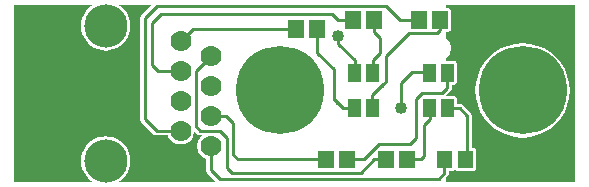
<source format=gbr>
G04 start of page 2 for group 0 idx 0 *
G04 Title: (unknown), component *
G04 Creator: pcb 20140316 *
G04 CreationDate: Fri 27 Feb 2015 09:32:21 PM GMT UTC *
G04 For: ndholmes *
G04 Format: Gerber/RS-274X *
G04 PCB-Dimensions (mil): 1900.00 620.00 *
G04 PCB-Coordinate-Origin: lower left *
%MOIN*%
%FSLAX25Y25*%
%LNTOP*%
%ADD23C,0.0630*%
%ADD22C,0.1280*%
%ADD21C,0.0300*%
%ADD20C,0.1285*%
%ADD19C,0.0200*%
%ADD18C,0.0400*%
%ADD17R,0.0430X0.0430*%
%ADD16R,0.0512X0.0512*%
%ADD15C,0.1440*%
%ADD14C,0.0700*%
%ADD13C,0.2937*%
%ADD12C,0.0100*%
%ADD11C,0.0001*%
G54D11*G36*
X170976Y60000D02*X188500D01*
Y1500D01*
X170976D01*
Y16270D01*
X171000Y16268D01*
X173461Y16461D01*
X175862Y17038D01*
X178142Y17982D01*
X180247Y19272D01*
X182124Y20876D01*
X183728Y22753D01*
X185018Y24858D01*
X185962Y27138D01*
X186539Y29539D01*
X186684Y32000D01*
X186539Y34461D01*
X185962Y36862D01*
X185018Y39142D01*
X183728Y41247D01*
X182124Y43124D01*
X180247Y44728D01*
X178142Y46018D01*
X175862Y46962D01*
X173461Y47539D01*
X171000Y47732D01*
X170976Y47730D01*
Y60000D01*
G37*
G36*
X145500D02*X170976D01*
Y47730D01*
X168539Y47539D01*
X166138Y46962D01*
X163858Y46018D01*
X161753Y44728D01*
X159876Y43124D01*
X158272Y41247D01*
X156982Y39142D01*
X156038Y36862D01*
X155461Y34461D01*
X155268Y32000D01*
X155461Y29539D01*
X156038Y27138D01*
X156982Y24858D01*
X158272Y22753D01*
X159876Y20876D01*
X161753Y19272D01*
X163858Y17982D01*
X166138Y17038D01*
X168539Y16461D01*
X170976Y16270D01*
Y1500D01*
X145500D01*
Y2879D01*
X145976Y3355D01*
X146021Y3393D01*
X146174Y3572D01*
X146174Y3573D01*
X146298Y3774D01*
X146298Y3774D01*
X146298Y3774D01*
X146329Y3849D01*
X146388Y3992D01*
X146388Y3992D01*
X146392Y4007D01*
X146443Y4222D01*
X146443Y4222D01*
X146443Y4222D01*
X146462Y4457D01*
X146457Y4516D01*
Y5055D01*
X147673Y5057D01*
X147826Y5094D01*
X147971Y5154D01*
X148106Y5236D01*
X148225Y5339D01*
X148328Y5458D01*
X148410Y5593D01*
X148470Y5738D01*
X148500Y5863D01*
X148530Y5738D01*
X148590Y5593D01*
X148672Y5458D01*
X148775Y5339D01*
X148894Y5236D01*
X149029Y5154D01*
X149174Y5094D01*
X149327Y5057D01*
X149484Y5048D01*
X154759Y5057D01*
X154912Y5094D01*
X155057Y5154D01*
X155192Y5236D01*
X155311Y5339D01*
X155414Y5458D01*
X155496Y5593D01*
X155556Y5738D01*
X155593Y5891D01*
X155602Y6048D01*
X155593Y12109D01*
X155556Y12262D01*
X155496Y12407D01*
X155414Y12542D01*
X155311Y12661D01*
X155192Y12764D01*
X155057Y12846D01*
X154912Y12906D01*
X154759Y12943D01*
X154602Y12952D01*
X154000Y12951D01*
Y23441D01*
X154005Y23500D01*
X153986Y23735D01*
X153931Y23965D01*
X153841Y24183D01*
X153717Y24384D01*
X153564Y24564D01*
X153519Y24602D01*
X151102Y27019D01*
X151064Y27064D01*
X150884Y27217D01*
X150683Y27341D01*
X150465Y27431D01*
X150235Y27486D01*
X150235Y27486D01*
X150000Y27505D01*
X149941Y27500D01*
X149093D01*
X149091Y29207D01*
X149054Y29360D01*
X148994Y29505D01*
X148912Y29640D01*
X148809Y29759D01*
X148690Y29862D01*
X148555Y29944D01*
X148410Y30004D01*
X148257Y30041D01*
X148100Y30050D01*
X145500Y30045D01*
Y30379D01*
X146969Y31848D01*
X147014Y31886D01*
X147167Y32065D01*
X147167Y32066D01*
X147291Y32267D01*
X147381Y32485D01*
X147436Y32715D01*
X147455Y32950D01*
X147450Y33009D01*
Y33958D01*
X148257Y33959D01*
X148410Y33996D01*
X148555Y34056D01*
X148690Y34138D01*
X148809Y34241D01*
X148912Y34360D01*
X148994Y34495D01*
X149054Y34640D01*
X149091Y34793D01*
X149100Y34950D01*
X149091Y41007D01*
X149054Y41160D01*
X148994Y41305D01*
X148912Y41440D01*
X148809Y41559D01*
X148690Y41662D01*
X148555Y41744D01*
X148410Y41804D01*
X148257Y41841D01*
X148100Y41850D01*
X145500Y41845D01*
Y42728D01*
X145944Y43106D01*
X146368Y43603D01*
X146709Y44160D01*
X146959Y44764D01*
X147112Y45399D01*
X147150Y46050D01*
X147112Y46701D01*
X146959Y47336D01*
X146709Y47940D01*
X146368Y48497D01*
X145944Y48994D01*
X145500Y49372D01*
Y51556D01*
X146259Y51557D01*
X146412Y51594D01*
X146557Y51654D01*
X146692Y51736D01*
X146811Y51839D01*
X146914Y51958D01*
X146996Y52093D01*
X147056Y52238D01*
X147093Y52391D01*
X147102Y52548D01*
X147093Y58609D01*
X147056Y58762D01*
X146996Y58907D01*
X146914Y59042D01*
X146811Y59161D01*
X146692Y59264D01*
X146557Y59346D01*
X146412Y59406D01*
X146259Y59443D01*
X146102Y59452D01*
X145500Y59451D01*
Y60000D01*
G37*
G36*
X170976Y60500D02*X188500D01*
Y1500D01*
X170976D01*
Y16270D01*
X171000Y16268D01*
X173461Y16461D01*
X175862Y17038D01*
X178142Y17982D01*
X180247Y19272D01*
X182124Y20876D01*
X183728Y22753D01*
X185018Y24858D01*
X185962Y27138D01*
X186539Y29539D01*
X186684Y32000D01*
X186539Y34461D01*
X185962Y36862D01*
X185018Y39142D01*
X183728Y41247D01*
X182124Y43124D01*
X180247Y44728D01*
X178142Y46018D01*
X175862Y46962D01*
X173461Y47539D01*
X171000Y47732D01*
X170976Y47730D01*
Y60500D01*
G37*
G36*
X145500D02*X170976D01*
Y47730D01*
X168539Y47539D01*
X166138Y46962D01*
X163858Y46018D01*
X161753Y44728D01*
X159876Y43124D01*
X158272Y41247D01*
X156982Y39142D01*
X156038Y36862D01*
X155461Y34461D01*
X155268Y32000D01*
X155461Y29539D01*
X156038Y27138D01*
X156982Y24858D01*
X158272Y22753D01*
X159876Y20876D01*
X161753Y19272D01*
X163858Y17982D01*
X166138Y17038D01*
X168539Y16461D01*
X170976Y16270D01*
Y1500D01*
X145500D01*
Y2879D01*
X145976Y3355D01*
X146021Y3393D01*
X146174Y3572D01*
X146174Y3573D01*
X146298Y3774D01*
X146298Y3774D01*
X146298Y3774D01*
X146329Y3849D01*
X146388Y3992D01*
X146388Y3992D01*
X146392Y4007D01*
X146443Y4222D01*
X146443Y4222D01*
X146443Y4222D01*
X146462Y4457D01*
X146457Y4516D01*
Y5055D01*
X147673Y5057D01*
X147826Y5094D01*
X147971Y5154D01*
X148106Y5236D01*
X148225Y5339D01*
X148328Y5458D01*
X148410Y5593D01*
X148470Y5738D01*
X148500Y5863D01*
X148530Y5738D01*
X148590Y5593D01*
X148672Y5458D01*
X148775Y5339D01*
X148894Y5236D01*
X149029Y5154D01*
X149174Y5094D01*
X149327Y5057D01*
X149484Y5048D01*
X154759Y5057D01*
X154912Y5094D01*
X155057Y5154D01*
X155192Y5236D01*
X155311Y5339D01*
X155414Y5458D01*
X155496Y5593D01*
X155556Y5738D01*
X155593Y5891D01*
X155602Y6048D01*
X155593Y12109D01*
X155556Y12262D01*
X155496Y12407D01*
X155414Y12542D01*
X155311Y12661D01*
X155192Y12764D01*
X155057Y12846D01*
X154912Y12906D01*
X154759Y12943D01*
X154602Y12952D01*
X154000Y12951D01*
Y23441D01*
X154005Y23500D01*
X153986Y23735D01*
X153931Y23965D01*
X153841Y24183D01*
X153717Y24384D01*
X153564Y24564D01*
X153519Y24602D01*
X151102Y27019D01*
X151064Y27064D01*
X150884Y27217D01*
X150683Y27341D01*
X150465Y27431D01*
X150235Y27486D01*
X150235Y27486D01*
X150000Y27505D01*
X149941Y27500D01*
X149093D01*
X149091Y29207D01*
X149054Y29360D01*
X148994Y29505D01*
X148912Y29640D01*
X148809Y29759D01*
X148690Y29862D01*
X148555Y29944D01*
X148410Y30004D01*
X148257Y30041D01*
X148100Y30050D01*
X145500Y30045D01*
Y30379D01*
X146969Y31848D01*
X147014Y31886D01*
X147167Y32065D01*
X147167Y32066D01*
X147291Y32267D01*
X147381Y32485D01*
X147436Y32715D01*
X147455Y32950D01*
X147450Y33009D01*
Y33958D01*
X148257Y33959D01*
X148410Y33996D01*
X148555Y34056D01*
X148690Y34138D01*
X148809Y34241D01*
X148912Y34360D01*
X148994Y34495D01*
X149054Y34640D01*
X149091Y34793D01*
X149100Y34950D01*
X149091Y41007D01*
X149054Y41160D01*
X148994Y41305D01*
X148912Y41440D01*
X148809Y41559D01*
X148690Y41662D01*
X148555Y41744D01*
X148410Y41804D01*
X148257Y41841D01*
X148100Y41850D01*
X145500Y41845D01*
Y42728D01*
X145944Y43106D01*
X146368Y43603D01*
X146709Y44160D01*
X146959Y44764D01*
X147112Y45399D01*
X147150Y46050D01*
X147112Y46701D01*
X146959Y47336D01*
X146709Y47940D01*
X146368Y48497D01*
X145944Y48994D01*
X145500Y49372D01*
Y51556D01*
X146259Y51557D01*
X146412Y51594D01*
X146557Y51654D01*
X146692Y51736D01*
X146811Y51839D01*
X146914Y51958D01*
X146996Y52093D01*
X147056Y52238D01*
X147093Y52391D01*
X147102Y52548D01*
X147093Y58609D01*
X147056Y58762D01*
X146996Y58907D01*
X146914Y59042D01*
X146811Y59161D01*
X146692Y59264D01*
X146557Y59346D01*
X146412Y59406D01*
X146259Y59443D01*
X146102Y59452D01*
X145500Y59451D01*
Y60500D01*
G37*
G36*
X65500Y9251D02*Y5559D01*
X65495Y5500D01*
X65514Y5265D01*
X65569Y5035D01*
X65659Y4817D01*
X65783Y4616D01*
X65783Y4615D01*
X65936Y4436D01*
X65981Y4398D01*
X68879Y1500D01*
X36271D01*
X36835Y1846D01*
X37816Y2684D01*
X38654Y3665D01*
X39329Y4766D01*
X39823Y5958D01*
X40124Y7213D01*
X40200Y8500D01*
X40124Y9787D01*
X39823Y11042D01*
X39329Y12234D01*
X38654Y13335D01*
X37816Y14316D01*
X36835Y15154D01*
X35734Y15829D01*
X34542Y16323D01*
X33287Y16624D01*
X32000Y16725D01*
X30713Y16624D01*
X29458Y16323D01*
X28266Y15829D01*
X27165Y15154D01*
X26184Y14316D01*
X25346Y13335D01*
X24671Y12234D01*
X24177Y11042D01*
X23876Y9787D01*
X23775Y8500D01*
X23876Y7213D01*
X24177Y5958D01*
X24671Y4766D01*
X25346Y3665D01*
X26184Y2684D01*
X27165Y1846D01*
X27729Y1500D01*
X1500D01*
Y60500D01*
X27729D01*
X27165Y60154D01*
X26184Y59316D01*
X25346Y58335D01*
X24671Y57234D01*
X24177Y56042D01*
X23876Y54787D01*
X23775Y53500D01*
X23876Y52213D01*
X24177Y50958D01*
X24671Y49766D01*
X25346Y48665D01*
X26184Y47684D01*
X27165Y46846D01*
X28266Y46171D01*
X29458Y45677D01*
X30713Y45376D01*
X32000Y45275D01*
X33287Y45376D01*
X34542Y45677D01*
X35734Y46171D01*
X36835Y46846D01*
X37816Y47684D01*
X38654Y48665D01*
X39329Y49766D01*
X39823Y50958D01*
X40124Y52213D01*
X40200Y53500D01*
X40124Y54787D01*
X39823Y56042D01*
X39329Y57234D01*
X38654Y58335D01*
X37816Y59316D01*
X36835Y60154D01*
X36271Y60500D01*
X47379D01*
X43981Y57102D01*
X43936Y57064D01*
X43783Y56884D01*
X43659Y56683D01*
X43569Y56465D01*
X43514Y56235D01*
X43514Y56235D01*
X43495Y56000D01*
X43500Y55941D01*
Y22559D01*
X43495Y22500D01*
X43514Y22265D01*
X43569Y22035D01*
X43659Y21817D01*
X43783Y21616D01*
X43783Y21615D01*
X43936Y21436D01*
X43981Y21398D01*
X47898Y17481D01*
X47936Y17436D01*
X48115Y17283D01*
X48116Y17283D01*
X48317Y17159D01*
X48535Y17069D01*
X48765Y17014D01*
X49000Y16995D01*
X49059Y17000D01*
X52751D01*
X52978Y16451D01*
X53348Y15847D01*
X53808Y15308D01*
X54347Y14848D01*
X54951Y14478D01*
X55605Y14207D01*
X56294Y14042D01*
X57000Y13986D01*
X57706Y14042D01*
X58395Y14207D01*
X59049Y14478D01*
X59653Y14848D01*
X60192Y15308D01*
X60652Y15847D01*
X61022Y16451D01*
X61293Y17105D01*
X61458Y17794D01*
X61493Y18385D01*
X62398Y17481D01*
X62436Y17436D01*
X62615Y17283D01*
X62616Y17283D01*
X62817Y17159D01*
X63035Y17069D01*
X63265Y17014D01*
X63500Y16995D01*
X63559Y17000D01*
X64169D01*
X63808Y16692D01*
X63348Y16153D01*
X62978Y15549D01*
X62707Y14895D01*
X62542Y14206D01*
X62486Y13500D01*
X62542Y12794D01*
X62707Y12105D01*
X62978Y11451D01*
X63348Y10847D01*
X63808Y10308D01*
X64347Y9848D01*
X64951Y9478D01*
X65500Y9251D01*
G37*
G54D12*X70000Y18500D02*X63500D01*
X62000Y20000D01*
Y38500D01*
X61000Y52500D02*X95457D01*
X70000Y2500D02*X67000Y5500D01*
Y13500D01*
X74000Y4500D02*X72500Y6000D01*
Y16000D01*
X70000Y18500D01*
X76000Y9000D02*X74500Y10500D01*
Y21000D01*
X72000Y23500D01*
X67000D01*
X62000Y38500D02*X67000Y43500D01*
X57000Y48500D02*X61000Y52500D01*
X49000Y60000D02*X45000Y56000D01*
X47500Y40500D02*Y54500D01*
X45000Y56000D02*Y22500D01*
X49000Y18500D01*
X57000D01*
Y38500D02*X49500D01*
X47500Y40500D01*
Y54500D02*X50500Y57500D01*
X107500D01*
X49000Y60000D02*X125500D01*
X107500Y57500D02*X109500Y55500D01*
X114457D01*
X109500Y50000D02*Y47500D01*
X102543Y52500D02*Y44457D01*
X108000Y39000D01*
Y29000D01*
X109250Y27750D01*
X109500Y47500D02*X115000Y42000D01*
Y37950D01*
X115050Y37900D01*
X121000Y42000D02*Y37950D01*
X120950Y37900D01*
X124000Y33500D02*X125500Y35000D01*
Y43500D01*
Y60000D02*X130000Y55500D01*
X136457D01*
X125500Y43500D02*X133000Y51000D01*
X142500D01*
X143500Y52000D01*
Y55457D01*
X143543Y55500D01*
X121543D02*Y51457D01*
X123500Y49500D01*
Y44500D01*
X121000Y42000D01*
X130500Y26000D02*Y34500D01*
X134000Y38000D01*
X139950D01*
X140050Y37900D01*
X143000Y2500D02*X70000D01*
X105457Y9000D02*X76000D01*
X118000D02*X112543D01*
X74000Y4500D02*X117000D01*
X121500Y9000D01*
X125457D01*
X146050Y26000D02*X145950Y26100D01*
X144000Y31000D02*X137500D01*
X135500Y29000D01*
X152500Y9000D02*Y23500D01*
X150000Y26000D01*
X146050D01*
X145950Y37900D02*Y32950D01*
X144000Y31000D01*
X138000Y10000D02*X137000Y9000D01*
X132543D01*
X144957D02*Y4457D01*
X143000Y2500D01*
X140050Y26100D02*Y22550D01*
X138000Y20500D01*
Y10000D01*
X135500Y29000D02*Y16000D01*
X133500Y14000D01*
X123000D01*
X118000Y9000D01*
X120950Y26100D02*Y30450D01*
X124500Y34000D01*
X108000Y29000D02*X111000Y26000D01*
X114950D01*
X115050Y26100D01*
G54D13*X90000Y32000D03*
G54D14*X57000Y48500D03*
X67000Y43500D03*
X57000Y38500D03*
X67000Y33500D03*
X57000Y28500D03*
X67000Y23500D03*
X57000Y18500D03*
X67000Y13500D03*
G54D15*X32000Y53500D03*
Y8500D03*
G54D13*X171000Y32000D03*
G54D16*X95457Y52893D02*Y52107D01*
X102543Y52893D02*Y52107D01*
X114457Y55893D02*Y55107D01*
X121543Y55893D02*Y55107D01*
X136457Y55893D02*Y55107D01*
X143543Y55893D02*Y55107D01*
X125457Y9393D02*Y8607D01*
X132543Y9393D02*Y8607D01*
G54D17*X140050Y26900D02*Y25300D01*
X115050Y26900D02*Y25300D01*
X120950Y26900D02*Y25300D01*
X115050Y38700D02*Y37100D01*
X120950Y38700D02*Y37100D01*
X145950Y26900D02*Y25300D01*
X140050Y38700D02*Y37100D01*
X145950Y38700D02*Y37100D01*
G54D16*X144957Y9393D02*Y8607D01*
X152043Y9393D02*Y8607D01*
X105457Y9393D02*Y8607D01*
X112543Y9393D02*Y8607D01*
G54D18*X109500Y50000D03*
X130500Y26000D03*
G54D19*G54D20*G54D21*G54D22*G54D23*G54D20*G54D23*M02*

</source>
